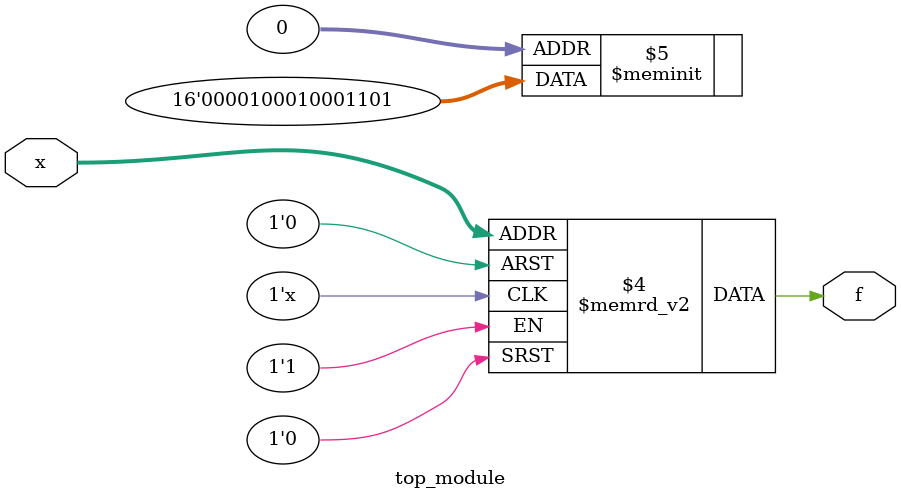
<source format=sv>
module top_module (
    input [4:1] x,
    output logic f
);

always_comb begin
    case (x)
        4'b0000: f = 1'b1;
        4'b0001: f = 1'b0;
        4'b0011: f = 1'b1;
        4'b0010: f = 1'b1;
        4'b0110: f = 1'b0;
        4'b0111: f = 1'b1;
        4'b1011: f = 1'b1;
        4'b1010: f = 1'b0;
        default: f = 1'b0;
    endcase
end

endmodule

</source>
